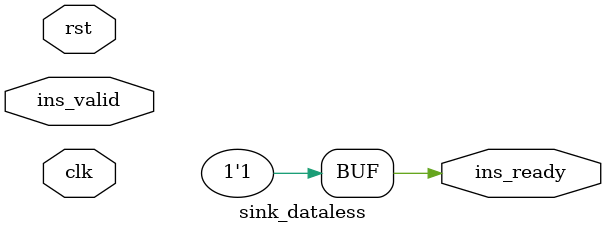
<source format=v>
`timescale 1ns/1ps
module sink_dataless (
    input  clk,    
    input  rst,     
    input  ins_valid,  
    output ins_ready 
);
  assign ins_ready = 1'b1;

endmodule
</source>
